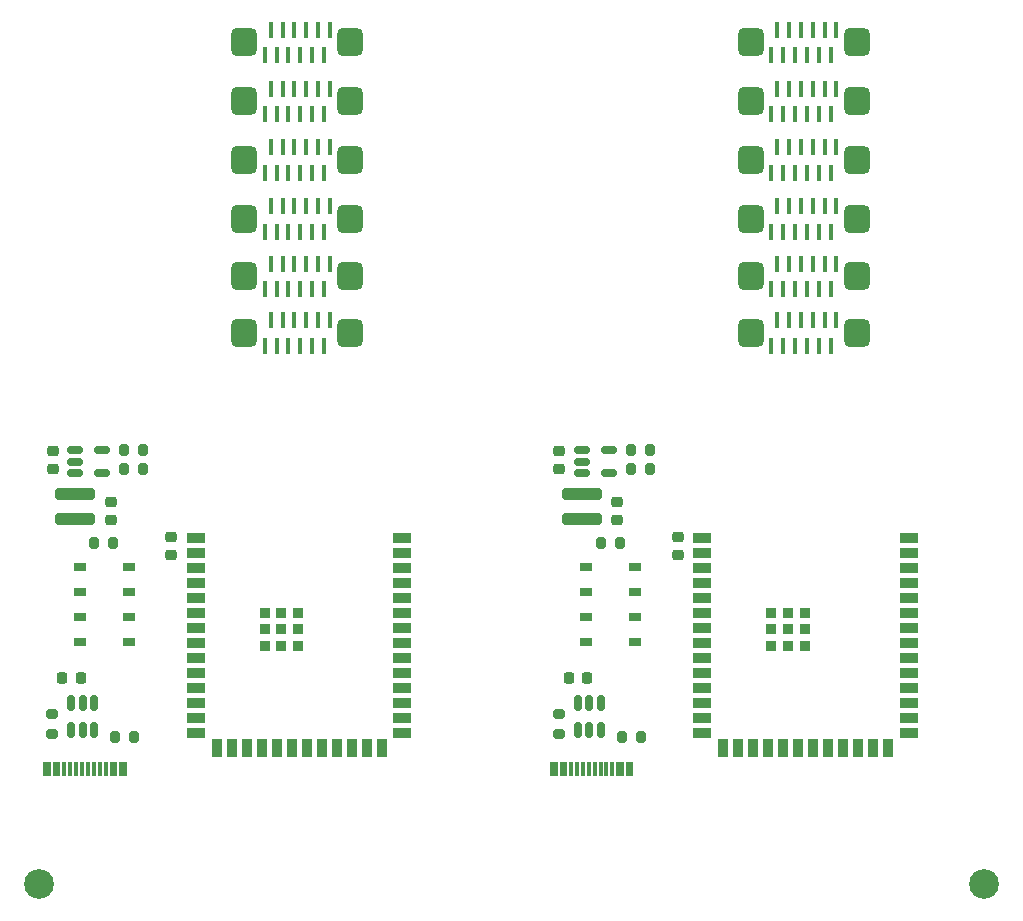
<source format=gbr>
%TF.GenerationSoftware,KiCad,Pcbnew,7.0.5*%
%TF.CreationDate,2023-07-03T18:15:23+02:00*%
%TF.ProjectId,motherboard_panel,6d6f7468-6572-4626-9f61-72645f70616e,rev?*%
%TF.SameCoordinates,Original*%
%TF.FileFunction,Paste,Top*%
%TF.FilePolarity,Positive*%
%FSLAX46Y46*%
G04 Gerber Fmt 4.6, Leading zero omitted, Abs format (unit mm)*
G04 Created by KiCad (PCBNEW 7.0.5) date 2023-07-03 18:15:23*
%MOMM*%
%LPD*%
G01*
G04 APERTURE LIST*
G04 Aperture macros list*
%AMRoundRect*
0 Rectangle with rounded corners*
0 $1 Rounding radius*
0 $2 $3 $4 $5 $6 $7 $8 $9 X,Y pos of 4 corners*
0 Add a 4 corners polygon primitive as box body*
4,1,4,$2,$3,$4,$5,$6,$7,$8,$9,$2,$3,0*
0 Add four circle primitives for the rounded corners*
1,1,$1+$1,$2,$3*
1,1,$1+$1,$4,$5*
1,1,$1+$1,$6,$7*
1,1,$1+$1,$8,$9*
0 Add four rect primitives between the rounded corners*
20,1,$1+$1,$2,$3,$4,$5,0*
20,1,$1+$1,$4,$5,$6,$7,0*
20,1,$1+$1,$6,$7,$8,$9,0*
20,1,$1+$1,$8,$9,$2,$3,0*%
G04 Aperture macros list end*
%ADD10R,1.050000X0.650000*%
%ADD11RoundRect,0.200000X-0.200000X-0.275000X0.200000X-0.275000X0.200000X0.275000X-0.200000X0.275000X0*%
%ADD12RoundRect,0.225000X0.250000X-0.225000X0.250000X0.225000X-0.250000X0.225000X-0.250000X-0.225000X0*%
%ADD13RoundRect,0.200000X0.200000X0.275000X-0.200000X0.275000X-0.200000X-0.275000X0.200000X-0.275000X0*%
%ADD14RoundRect,0.100000X-0.100000X-0.575000X0.100000X-0.575000X0.100000X0.575000X-0.100000X0.575000X0*%
%ADD15RoundRect,0.562500X-0.562500X-0.637500X0.562500X-0.637500X0.562500X0.637500X-0.562500X0.637500X0*%
%ADD16RoundRect,0.150000X-0.512500X-0.150000X0.512500X-0.150000X0.512500X0.150000X-0.512500X0.150000X0*%
%ADD17RoundRect,0.225000X-0.225000X-0.250000X0.225000X-0.250000X0.225000X0.250000X-0.225000X0.250000X0*%
%ADD18C,2.510000*%
%ADD19R,0.300000X1.150000*%
%ADD20RoundRect,0.225000X-0.250000X0.225000X-0.250000X-0.225000X0.250000X-0.225000X0.250000X0.225000X0*%
%ADD21RoundRect,0.150000X0.150000X-0.512500X0.150000X0.512500X-0.150000X0.512500X-0.150000X-0.512500X0*%
%ADD22RoundRect,0.250000X-1.450000X0.250000X-1.450000X-0.250000X1.450000X-0.250000X1.450000X0.250000X0*%
%ADD23R,1.500000X0.900000*%
%ADD24R,0.900000X1.500000*%
%ADD25R,0.900000X0.900000*%
%ADD26RoundRect,0.200000X0.275000X-0.200000X0.275000X0.200000X-0.275000X0.200000X-0.275000X-0.200000X0*%
G04 APERTURE END LIST*
D10*
%TO.C,SW1*%
X115675000Y-77775000D03*
X111525000Y-77775000D03*
X115675000Y-75625000D03*
X111525000Y-75625000D03*
%TD*%
D11*
%TO.C,R2*%
X114505000Y-90025000D03*
X116155000Y-90025000D03*
%TD*%
D10*
%TO.C,SW2*%
X111525000Y-79875000D03*
X115675000Y-79875000D03*
X111525000Y-82025000D03*
X115675000Y-82025000D03*
%TD*%
D12*
%TO.C,C4*%
X119250000Y-74650000D03*
X119250000Y-73100000D03*
%TD*%
D13*
%TO.C,R5*%
X157275000Y-73600000D03*
X155625000Y-73600000D03*
%TD*%
D11*
%TO.C,R3*%
X115275000Y-65725000D03*
X116925000Y-65725000D03*
%TD*%
D14*
%TO.C,J3*%
X127200000Y-47250000D03*
X127700000Y-45100000D03*
X128200000Y-47250000D03*
X128700000Y-45100000D03*
X129200000Y-47250000D03*
X129700000Y-45100000D03*
X130200000Y-47250000D03*
X130700000Y-45100000D03*
X131200000Y-47250000D03*
X131700000Y-45100000D03*
X132200000Y-47250000D03*
X132700000Y-45100000D03*
D15*
X125450000Y-46150000D03*
X134450000Y-46150000D03*
%TD*%
D16*
%TO.C,U2*%
X154062500Y-65775000D03*
X154062500Y-66725000D03*
X154062500Y-67675000D03*
X156337500Y-67675000D03*
X156337500Y-65775000D03*
%TD*%
D17*
%TO.C,C1*%
X110055000Y-85025000D03*
X111605000Y-85025000D03*
%TD*%
D11*
%TO.C,R3*%
X158175000Y-65725000D03*
X159825000Y-65725000D03*
%TD*%
D18*
%TO.C,REF\u002A\u002A*%
X108100000Y-102500000D03*
%TD*%
D14*
%TO.C,J5*%
X127200000Y-37300000D03*
X127700000Y-35150000D03*
X128200000Y-37300000D03*
X128700000Y-35150000D03*
X129200000Y-37300000D03*
X129700000Y-35150000D03*
X130200000Y-37300000D03*
X130700000Y-35150000D03*
X131200000Y-37300000D03*
X131700000Y-35150000D03*
X132200000Y-37300000D03*
X132700000Y-35150000D03*
D15*
X125450000Y-36200000D03*
X134450000Y-36200000D03*
%TD*%
D14*
%TO.C,J2*%
X127200000Y-52100000D03*
X127700000Y-49950000D03*
X128200000Y-52100000D03*
X128700000Y-49950000D03*
X129200000Y-52100000D03*
X129700000Y-49950000D03*
X130200000Y-52100000D03*
X130700000Y-49950000D03*
X131200000Y-52100000D03*
X131700000Y-49950000D03*
X132200000Y-52100000D03*
X132700000Y-49950000D03*
D15*
X125450000Y-51000000D03*
X134450000Y-51000000D03*
%TD*%
D14*
%TO.C,J1*%
X127200000Y-56900000D03*
X127700000Y-54750000D03*
X128200000Y-56900000D03*
X128700000Y-54750000D03*
X129200000Y-56900000D03*
X129700000Y-54750000D03*
X130200000Y-56900000D03*
X130700000Y-54750000D03*
X131200000Y-56900000D03*
X131700000Y-54750000D03*
X132200000Y-56900000D03*
X132700000Y-54750000D03*
D15*
X125450000Y-55800000D03*
X134450000Y-55800000D03*
%TD*%
D12*
%TO.C,C4*%
X162150000Y-74650000D03*
X162150000Y-73100000D03*
%TD*%
D19*
%TO.C,J7*%
X108630000Y-92705000D03*
X109430000Y-92705000D03*
X110730000Y-92705000D03*
X111730000Y-92705000D03*
X112230000Y-92705000D03*
X113230000Y-92705000D03*
X114530000Y-92705000D03*
X115330000Y-92705000D03*
X115030000Y-92705000D03*
X114230000Y-92705000D03*
X113730000Y-92705000D03*
X112730000Y-92705000D03*
X111230000Y-92705000D03*
X110230000Y-92705000D03*
X109730000Y-92705000D03*
X108930000Y-92705000D03*
%TD*%
D20*
%TO.C,C2*%
X109250000Y-65800000D03*
X109250000Y-67350000D03*
%TD*%
D17*
%TO.C,C1*%
X152955000Y-85025000D03*
X154505000Y-85025000D03*
%TD*%
D21*
%TO.C,U1*%
X110830000Y-89450000D03*
X111780000Y-89450000D03*
X112730000Y-89450000D03*
X112730000Y-87175000D03*
X111780000Y-87175000D03*
X110830000Y-87175000D03*
%TD*%
D16*
%TO.C,U2*%
X111162500Y-65775000D03*
X111162500Y-66725000D03*
X111162500Y-67675000D03*
X113437500Y-67675000D03*
X113437500Y-65775000D03*
%TD*%
D22*
%TO.C,L1*%
X154050000Y-69475000D03*
X154050000Y-71575000D03*
%TD*%
D19*
%TO.C,J7*%
X151530000Y-92705000D03*
X152330000Y-92705000D03*
X153630000Y-92705000D03*
X154630000Y-92705000D03*
X155130000Y-92705000D03*
X156130000Y-92705000D03*
X157430000Y-92705000D03*
X158230000Y-92705000D03*
X157930000Y-92705000D03*
X157130000Y-92705000D03*
X156630000Y-92705000D03*
X155630000Y-92705000D03*
X154130000Y-92705000D03*
X153130000Y-92705000D03*
X152630000Y-92705000D03*
X151830000Y-92705000D03*
%TD*%
D13*
%TO.C,R4*%
X159825000Y-67325000D03*
X158175000Y-67325000D03*
%TD*%
D18*
%TO.C,REF\u002A\u002A*%
X188100000Y-102500000D03*
%TD*%
D13*
%TO.C,R4*%
X116925000Y-67325000D03*
X115275000Y-67325000D03*
%TD*%
D14*
%TO.C,J2*%
X170100000Y-52100000D03*
X170600000Y-49950000D03*
X171100000Y-52100000D03*
X171600000Y-49950000D03*
X172100000Y-52100000D03*
X172600000Y-49950000D03*
X173100000Y-52100000D03*
X173600000Y-49950000D03*
X174100000Y-52100000D03*
X174600000Y-49950000D03*
X175100000Y-52100000D03*
X175600000Y-49950000D03*
D15*
X168350000Y-51000000D03*
X177350000Y-51000000D03*
%TD*%
D11*
%TO.C,R2*%
X157405000Y-90025000D03*
X159055000Y-90025000D03*
%TD*%
D20*
%TO.C,C2*%
X152150000Y-65800000D03*
X152150000Y-67350000D03*
%TD*%
D10*
%TO.C,SW1*%
X158575000Y-77775000D03*
X154425000Y-77775000D03*
X158575000Y-75625000D03*
X154425000Y-75625000D03*
%TD*%
D22*
%TO.C,L1*%
X111150000Y-69475000D03*
X111150000Y-71575000D03*
%TD*%
D21*
%TO.C,U1*%
X153730000Y-89450000D03*
X154680000Y-89450000D03*
X155630000Y-89450000D03*
X155630000Y-87175000D03*
X154680000Y-87175000D03*
X153730000Y-87175000D03*
%TD*%
D14*
%TO.C,J4*%
X170100000Y-42250000D03*
X170600000Y-40100000D03*
X171100000Y-42250000D03*
X171600000Y-40100000D03*
X172100000Y-42250000D03*
X172600000Y-40100000D03*
X173100000Y-42250000D03*
X173600000Y-40100000D03*
X174100000Y-42250000D03*
X174600000Y-40100000D03*
X175100000Y-42250000D03*
X175600000Y-40100000D03*
D15*
X168350000Y-41150000D03*
X177350000Y-41150000D03*
%TD*%
D14*
%TO.C,J1*%
X170100000Y-56900000D03*
X170600000Y-54750000D03*
X171100000Y-56900000D03*
X171600000Y-54750000D03*
X172100000Y-56900000D03*
X172600000Y-54750000D03*
X173100000Y-56900000D03*
X173600000Y-54750000D03*
X174100000Y-56900000D03*
X174600000Y-54750000D03*
X175100000Y-56900000D03*
X175600000Y-54750000D03*
D15*
X168350000Y-55800000D03*
X177350000Y-55800000D03*
%TD*%
D14*
%TO.C,J4*%
X127200000Y-42250000D03*
X127700000Y-40100000D03*
X128200000Y-42250000D03*
X128700000Y-40100000D03*
X129200000Y-42250000D03*
X129700000Y-40100000D03*
X130200000Y-42250000D03*
X130700000Y-40100000D03*
X131200000Y-42250000D03*
X131700000Y-40100000D03*
X132200000Y-42250000D03*
X132700000Y-40100000D03*
D15*
X125450000Y-41150000D03*
X134450000Y-41150000D03*
%TD*%
D14*
%TO.C,J6*%
X170100000Y-32300000D03*
X170600000Y-30150000D03*
X171100000Y-32300000D03*
X171600000Y-30150000D03*
X172100000Y-32300000D03*
X172600000Y-30150000D03*
X173100000Y-32300000D03*
X173600000Y-30150000D03*
X174100000Y-32300000D03*
X174600000Y-30150000D03*
X175100000Y-32300000D03*
X175600000Y-30150000D03*
D15*
X168350000Y-31200000D03*
X177350000Y-31200000D03*
%TD*%
D13*
%TO.C,R5*%
X114375000Y-73600000D03*
X112725000Y-73600000D03*
%TD*%
D23*
%TO.C,U3*%
X121350000Y-73180000D03*
X121350000Y-74450000D03*
X121350000Y-75720000D03*
X121350000Y-76990000D03*
X121350000Y-78260000D03*
X121350000Y-79530000D03*
X121350000Y-80800000D03*
X121350000Y-82070000D03*
X121350000Y-83340000D03*
X121350000Y-84610000D03*
X121350000Y-85880000D03*
X121350000Y-87150000D03*
X121350000Y-88420000D03*
X121350000Y-89690000D03*
D24*
X123115000Y-90940000D03*
X124385000Y-90940000D03*
X125655000Y-90940000D03*
X126925000Y-90940000D03*
X128195000Y-90940000D03*
X129465000Y-90940000D03*
X130735000Y-90940000D03*
X132005000Y-90940000D03*
X133275000Y-90940000D03*
X134545000Y-90940000D03*
X135815000Y-90940000D03*
X137085000Y-90940000D03*
D23*
X138850000Y-89690000D03*
X138850000Y-88420000D03*
X138850000Y-87150000D03*
X138850000Y-85880000D03*
X138850000Y-84610000D03*
X138850000Y-83340000D03*
X138850000Y-82070000D03*
X138850000Y-80800000D03*
X138850000Y-79530000D03*
X138850000Y-78260000D03*
X138850000Y-76990000D03*
X138850000Y-75720000D03*
X138850000Y-74450000D03*
X138850000Y-73180000D03*
D25*
X127200000Y-79500000D03*
X127200000Y-80900000D03*
X127200000Y-82300000D03*
X127200000Y-82300000D03*
X128600000Y-79500000D03*
X128600000Y-79500000D03*
X128600000Y-80900000D03*
X128600000Y-82300000D03*
X130000000Y-79500000D03*
X130000000Y-80900000D03*
X130000000Y-82300000D03*
%TD*%
D12*
%TO.C,C3*%
X157050000Y-71650000D03*
X157050000Y-70100000D03*
%TD*%
D26*
%TO.C,R1*%
X109180000Y-89750000D03*
X109180000Y-88100000D03*
%TD*%
D23*
%TO.C,U3*%
X164250000Y-73180000D03*
X164250000Y-74450000D03*
X164250000Y-75720000D03*
X164250000Y-76990000D03*
X164250000Y-78260000D03*
X164250000Y-79530000D03*
X164250000Y-80800000D03*
X164250000Y-82070000D03*
X164250000Y-83340000D03*
X164250000Y-84610000D03*
X164250000Y-85880000D03*
X164250000Y-87150000D03*
X164250000Y-88420000D03*
X164250000Y-89690000D03*
D24*
X166015000Y-90940000D03*
X167285000Y-90940000D03*
X168555000Y-90940000D03*
X169825000Y-90940000D03*
X171095000Y-90940000D03*
X172365000Y-90940000D03*
X173635000Y-90940000D03*
X174905000Y-90940000D03*
X176175000Y-90940000D03*
X177445000Y-90940000D03*
X178715000Y-90940000D03*
X179985000Y-90940000D03*
D23*
X181750000Y-89690000D03*
X181750000Y-88420000D03*
X181750000Y-87150000D03*
X181750000Y-85880000D03*
X181750000Y-84610000D03*
X181750000Y-83340000D03*
X181750000Y-82070000D03*
X181750000Y-80800000D03*
X181750000Y-79530000D03*
X181750000Y-78260000D03*
X181750000Y-76990000D03*
X181750000Y-75720000D03*
X181750000Y-74450000D03*
X181750000Y-73180000D03*
D25*
X170100000Y-79500000D03*
X170100000Y-80900000D03*
X170100000Y-82300000D03*
X170100000Y-82300000D03*
X171500000Y-79500000D03*
X171500000Y-79500000D03*
X171500000Y-80900000D03*
X171500000Y-82300000D03*
X172900000Y-79500000D03*
X172900000Y-80900000D03*
X172900000Y-82300000D03*
%TD*%
D12*
%TO.C,C3*%
X114150000Y-71650000D03*
X114150000Y-70100000D03*
%TD*%
D26*
%TO.C,R1*%
X152080000Y-89750000D03*
X152080000Y-88100000D03*
%TD*%
D14*
%TO.C,J3*%
X170100000Y-47250000D03*
X170600000Y-45100000D03*
X171100000Y-47250000D03*
X171600000Y-45100000D03*
X172100000Y-47250000D03*
X172600000Y-45100000D03*
X173100000Y-47250000D03*
X173600000Y-45100000D03*
X174100000Y-47250000D03*
X174600000Y-45100000D03*
X175100000Y-47250000D03*
X175600000Y-45100000D03*
D15*
X168350000Y-46150000D03*
X177350000Y-46150000D03*
%TD*%
D10*
%TO.C,SW2*%
X154425000Y-79875000D03*
X158575000Y-79875000D03*
X154425000Y-82025000D03*
X158575000Y-82025000D03*
%TD*%
D14*
%TO.C,J5*%
X170100000Y-37300000D03*
X170600000Y-35150000D03*
X171100000Y-37300000D03*
X171600000Y-35150000D03*
X172100000Y-37300000D03*
X172600000Y-35150000D03*
X173100000Y-37300000D03*
X173600000Y-35150000D03*
X174100000Y-37300000D03*
X174600000Y-35150000D03*
X175100000Y-37300000D03*
X175600000Y-35150000D03*
D15*
X168350000Y-36200000D03*
X177350000Y-36200000D03*
%TD*%
D14*
%TO.C,J6*%
X127200000Y-32300000D03*
X127700000Y-30150000D03*
X128200000Y-32300000D03*
X128700000Y-30150000D03*
X129200000Y-32300000D03*
X129700000Y-30150000D03*
X130200000Y-32300000D03*
X130700000Y-30150000D03*
X131200000Y-32300000D03*
X131700000Y-30150000D03*
X132200000Y-32300000D03*
X132700000Y-30150000D03*
D15*
X125450000Y-31200000D03*
X134450000Y-31200000D03*
%TD*%
M02*

</source>
